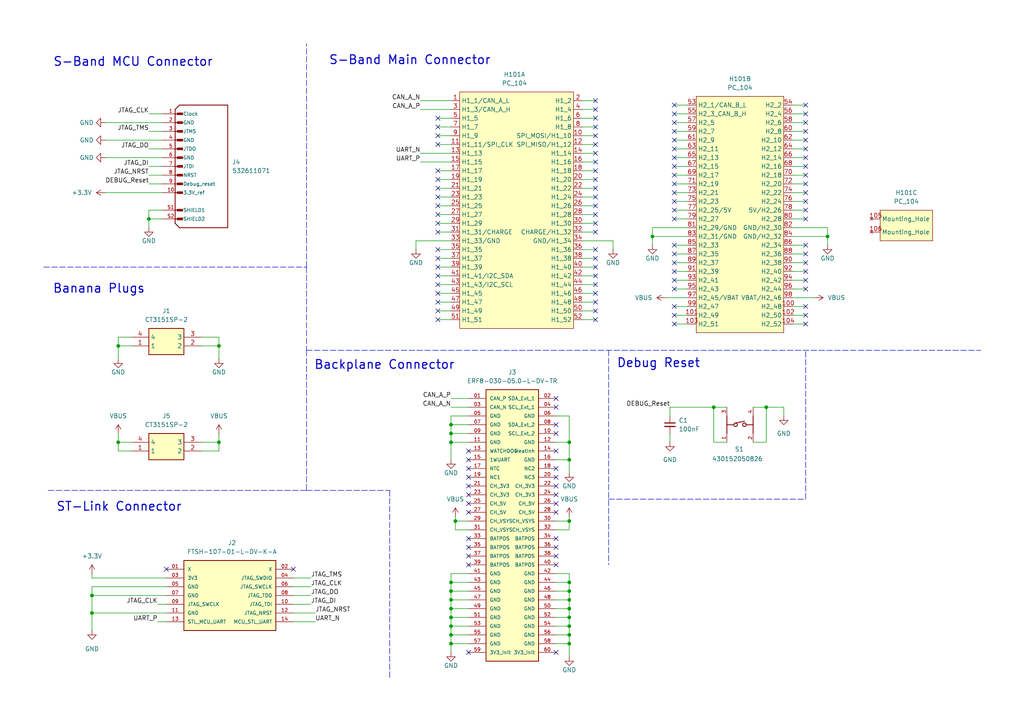
<source format=kicad_sch>
(kicad_sch (version 20250114) (generator "eeschema") (generator_version "9.0")
  (paper "A4")
  (lib_symbols
    (symbol "430152050826:430152050826" (pin_names (offset 1.016))
      (property "Reference" "S" (at 0 5.842 0))
      (property "Value" "430152050826" (at 0 -5.08 0))
      (symbol "430152050826_0_0"
        (polyline (pts (xy 0 5.08) (xy -2.54 5.08)) (stroke (width 0.254)))
        (polyline (pts (xy 0 3.175) (xy 0 5.08)) (stroke (width 0.254)))
        (circle (center 0 2.54) (radius 0.508) (stroke (width 0.254)))
        (circle (center 0 0) (radius 0.508) (stroke (width 0.254)))
        (polyline (pts (xy 0 -2.54) (xy -2.54 -2.54)) (stroke (width 0.254)))
        (polyline (pts (xy 0 -2.54) (xy 0 -0.635)) (stroke (width 0.254)))
        (polyline (pts (xy 0.47 2.74) (xy 1.04 -0.07)) (stroke (width 0.254)))
        (polyline (pts (xy 2.54 5.08) (xy 0 5.08)) (stroke (width 0.254)))
        (polyline (pts (xy 2.54 -2.54) (xy 0 -2.54)) (stroke (width 0.254)))
        (pin passive line (at -5.08 5.08 0) (length 2.54) (name "~") (number "1"))
        (pin passive line (at -5.08 -2.54 0) (length 2.54) (name "~") (number "2"))
        (pin passive line (at 5.08 5.08 180) (length 2.54) (name "~") (number "3"))
        (pin passive line (at 5.08 -2.54 180) (length 2.54) (name "~") (number "4"))
      )
    )
    (symbol "532611071:532611071" (pin_names (offset 1.016))
      (property "Reference" "J4" (at 8.89 1.2701 0))
      (property "Value" "532611071" (at 8.89 -1.2699 0))
      (symbol "532611071_0_0"
        (polyline (pts (xy -7.62 16.51) (xy -7.62 -16.51)) (stroke (width 0.254)))
        (polyline (pts (xy -7.62 16.51) (xy -6.35 17.78)) (stroke (width 0.254)))
        (polyline (pts (xy -7.62 15.24) (xy -5.715 15.24)) (stroke (width 0.254)))
        (polyline (pts (xy -7.62 12.7) (xy -5.715 12.7)) (stroke (width 0.254)))
        (polyline (pts (xy -7.62 10.16) (xy -5.715 10.16)) (stroke (width 0.254)))
        (polyline (pts (xy -7.62 7.62) (xy -5.715 7.62)) (stroke (width 0.254)))
        (polyline (pts (xy -7.62 5.08) (xy -5.715 5.08)) (stroke (width 0.254)))
        (polyline (pts (xy -7.62 2.54) (xy -5.715 2.54)) (stroke (width 0.254)))
        (polyline (pts (xy -7.62 0) (xy -5.715 0)) (stroke (width 0.254)))
        (polyline (pts (xy -7.62 -2.54) (xy -5.715 -2.54)) (stroke (width 0.254)))
        (polyline (pts (xy -7.62 -5.08) (xy -5.715 -5.08)) (stroke (width 0.254)))
        (polyline (pts (xy -7.62 -7.62) (xy -5.715 -7.62)) (stroke (width 0.254)))
        (polyline (pts (xy -7.62 -12.7) (xy -5.715 -12.7)) (stroke (width 0.254)))
        (polyline (pts (xy -7.62 -15.24) (xy -5.715 -15.24)) (stroke (width 0.254)))
        (polyline (pts (xy -7.62 -16.51) (xy -6.35 -17.78)) (stroke (width 0.254)))
        (rectangle (start -6.985 14.9225) (end -5.3975 15.5575) (stroke (width 0.1)) (fill (type outline)))
        (rectangle (start -6.985 12.3825) (end -5.3975 13.0175) (stroke (width 0.1)) (fill (type outline)))
        (rectangle (start -6.985 9.8425) (end -5.3975 10.4775) (stroke (width 0.1)) (fill (type outline)))
        (rectangle (start -6.985 7.3025) (end -5.3975 7.9375) (stroke (width 0.1)) (fill (type outline)))
        (rectangle (start -6.985 4.7625) (end -5.3975 5.3975) (stroke (width 0.1)) (fill (type outline)))
        (rectangle (start -6.985 2.2225) (end -5.3975 2.8575) (stroke (width 0.1)) (fill (type outline)))
        (rectangle (start -6.985 -0.3175) (end -5.3975 0.3175) (stroke (width 0.1)) (fill (type outline)))
        (rectangle (start -6.985 -2.8575) (end -5.3975 -2.2225) (stroke (width 0.1)) (fill (type outline)))
        (rectangle (start -6.985 -5.3975) (end -5.3975 -4.7625) (stroke (width 0.1)) (fill (type outline)))
        (rectangle (start -6.985 -7.9375) (end -5.3975 -7.3025) (stroke (width 0.1)) (fill (type outline)))
        (rectangle (start -6.985 -13.0175) (end -5.3975 -12.3825) (stroke (width 0.1)) (fill (type outline)))
        (rectangle (start -6.985 -15.5575) (end -5.3975 -14.9225) (stroke (width 0.1)) (fill (type outline)))
        (polyline (pts (xy -6.35 -17.78) (xy 7.62 -17.78)) (stroke (width 0.254)))
        (polyline (pts (xy 7.62 17.78) (xy -6.35 17.78)) (stroke (width 0.254)))
        (polyline (pts (xy 7.62 -17.78) (xy 7.62 17.78)) (stroke (width 0.254)))
        (pin passive line (at -11.43 -12.7 0) (length 5.08) (name "SHIELD1") (number "S1"))
        (pin passive line (at -11.43 -15.24 0) (length 5.08) (name "SHIELD2") (number "S2"))
      )
      (symbol "532611071_1_0"
        (pin passive line (at -11.43 15.24 0) (length 5.08) (name "Clock") (number "1"))
        (pin passive line (at -11.43 12.7 0) (length 5.08) (name "GND") (number "2"))
        (pin passive line (at -11.43 10.16 0) (length 5.08) (name "JTMS") (number "3"))
        (pin passive line (at -11.43 7.62 0) (length 5.08) (name "GND") (number "4"))
        (pin passive line (at -11.43 5.08 0) (length 5.08) (name "JTDO") (number "5"))
        (pin passive line (at -11.43 2.54 0) (length 5.08) (name "GND") (number "6"))
        (pin passive line (at -11.43 0 0) (length 5.08) (name "JTDI") (number "7"))
        (pin passive line (at -11.43 -2.54 0) (length 5.08) (name "NRST") (number "8"))
        (pin passive line (at -11.43 -5.08 0) (length 5.08) (name "Debug_reset") (number "9"))
        (pin passive line (at -11.43 -7.62 0) (length 5.08) (name "3.3V_ref") (number "10"))
      )
    )
    (symbol "CT3151SP-2:CT3151SP-2"
      (property "Reference" "J" (at 16.51 7.62 0))
      (property "Value" "CT3151SP-2" (at 16.51 5.08 0))
      (symbol "CT3151SP-2_1_1"
        (rectangle (start 5.08 2.54) (end 15.24 -5.08) (stroke (width 0.254)) (fill (type background)))
        (pin passive line (at 0 0 0) (length 5.08) (name "4") (number "4"))
        (pin passive line (at 0 -2.54 0) (length 5.08) (name "1") (number "1"))
        (pin passive line (at 20.32 0 180) (length 5.08) (name "3") (number "3"))
        (pin passive line (at 20.32 -2.54 180) (length 5.08) (name "2") (number "2"))
      )
    )
    (symbol "Device:C_Small" (pin_numbers (hide yes)) (pin_names (offset 0.254) (hide yes))
      (property "Reference" "C" (at 0.254 1.778 0))
      (property "Value" "C_Small" (at 0.254 -2.032 0))
      (symbol "C_Small_0_1"
        (polyline (pts (xy -1.524 0.508) (xy 1.524 0.508)) (stroke (width 0.3048)))
        (polyline (pts (xy -1.524 -0.508) (xy 1.524 -0.508)) (stroke (width 0.3302)))
      )
      (symbol "C_Small_1_1"
        (pin passive line (at 0 2.54 270) (length 2.032) (name "~") (number "1"))
        (pin passive line (at 0 -2.54 90) (length 2.032) (name "~") (number "2"))
      )
    )
    (symbol "ERF8-030-05.0-L-DV-TR:ERF8-030-05.0-L-DV-TR" (pin_names (offset 1.016))
      (property "Reference" "J3" (at 0 45.72 0))
      (property "Value" "ERF8-030-05.0-L-DV-TR" (at 0 43.18 0))
      (symbol "ERF8-030-05.0-L-DV-TR_0_0"
        (rectangle (start -7.62 40.64) (end 7.62 -38.1) (stroke (width 0.254)) (fill (type background)))
      )
      (symbol "ERF8-030-05.0-L-DV-TR_1_0"
        (pin passive line (at -12.7 38.1 0) (length 5.08) (name "CAN_P") (number "01"))
        (pin passive line (at -12.7 35.56 0) (length 5.08) (name "CAN_N") (number "03"))
        (pin passive line (at -12.7 33.02 0) (length 5.08) (name "GND") (number "05"))
        (pin passive line (at -12.7 30.48 0) (length 5.08) (name "GND") (number "07"))
        (pin passive line (at -12.7 27.94 0) (length 5.08) (name "GND") (number "09"))
        (pin passive line (at -12.7 25.4 0) (length 5.08) (name "GND") (number "11"))
        (pin passive line (at -12.7 22.86 0) (length 5.08) (name "WATCHDOG") (number "13"))
        (pin passive line (at -12.7 20.32 0) (length 5.08) (name "1WUART") (number "15"))
        (pin passive line (at -12.7 17.78 0) (length 5.08) (name "NTC") (number "17"))
        (pin passive line (at -12.7 15.24 0) (length 5.08) (name "NC1") (number "19"))
        (pin passive line (at -12.7 12.7 0) (length 5.08) (name "CH_3V3") (number "21"))
        (pin passive line (at -12.7 10.16 0) (length 5.08) (name "CH_3V3") (number "23"))
        (pin passive line (at -12.7 7.62 0) (length 5.08) (name "CH_5V") (number "25"))
        (pin passive line (at -12.7 5.08 0) (length 5.08) (name "CH_5V") (number "27"))
        (pin passive line (at -12.7 2.54 0) (length 5.08) (name "CH_VSYS") (number "29"))
        (pin passive line (at -12.7 0 0) (length 5.08) (name "CH_VSYS") (number "31"))
        (pin passive line (at -12.7 -2.54 0) (length 5.08) (name "BATPOS") (number "33"))
        (pin passive line (at -12.7 -5.08 0) (length 5.08) (name "BATPOS") (number "35"))
        (pin passive line (at -12.7 -7.62 0) (length 5.08) (name "BATPOS") (number "37"))
        (pin passive line (at -12.7 -10.16 0) (length 5.08) (name "BATPOS") (number "39"))
        (pin passive line (at -12.7 -12.7 0) (length 5.08) (name "GND") (number "41"))
        (pin passive line (at -12.7 -15.24 0) (length 5.08) (name "GND") (number "43"))
        (pin passive line (at -12.7 -17.78 0) (length 5.08) (name "GND") (number "45"))
        (pin passive line (at -12.7 -20.32 0) (length 5.08) (name "GND") (number "47"))
        (pin passive line (at -12.7 -22.86 0) (length 5.08) (name "GND") (number "49"))
        (pin passive line (at -12.7 -25.4 0) (length 5.08) (name "GND") (number "51"))
        (pin passive line (at -12.7 -27.94 0) (length 5.08) (name "GND") (number "53"))
        (pin passive line (at -12.7 -30.48 0) (length 5.08) (name "GND") (number "55"))
        (pin passive line (at -12.7 -33.02 0) (length 5.08) (name "GND") (number "57"))
        (pin passive line (at -12.7 -35.56 0) (length 5.08) (name "3V3_Init") (number "59"))
        (pin passive line (at 12.7 38.1 180) (length 5.08) (name "SDA_Ext_1") (number "02"))
        (pin passive line (at 12.7 35.56 180) (length 5.08) (name "SCL_Ext_1") (number "04"))
        (pin passive line (at 12.7 33.02 180) (length 5.08) (name "GND") (number "06"))
        (pin passive line (at 12.7 30.48 180) (length 5.08) (name "SDA_Ext_2") (number "08"))
        (pin passive line (at 12.7 27.94 180) (length 5.08) (name "SCL_Ext_2") (number "10"))
        (pin passive line (at 12.7 25.4 180) (length 5.08) (name "GND") (number "12"))
        (pin passive line (at 12.7 22.86 180) (length 5.08) (name "HeatInh") (number "14"))
        (pin passive line (at 12.7 20.32 180) (length 5.08) (name "GND") (number "16"))
        (pin passive line (at 12.7 17.78 180) (length 5.08) (name "NC2") (number "18"))
        (pin passive line (at 12.7 15.24 180) (length 5.08) (name "NC3") (number "20"))
        (pin passive line (at 12.7 12.7 180) (length 5.08) (name "CH_3V3") (number "22"))
        (pin passive line (at 12.7 10.16 180) (length 5.08) (name "CH_3V3") (number "24"))
        (pin passive line (at 12.7 7.62 180) (length 5.08) (name "CH_5V") (number "26"))
        (pin passive line (at 12.7 5.08 180) (length 5.08) (name "CH_5V") (number "28"))
        (pin passive line (at 12.7 2.54 180) (length 5.08) (name "CH_VSYS") (number "30"))
        (pin passive line (at 12.7 0 180) (length 5.08) (name "CH_VSYS") (number "32"))
        (pin passive line (at 12.7 -2.54 180) (length 5.08) (name "BATPOS") (number "34"))
        (pin passive line (at 12.7 -5.08 180) (length 5.08) (name "BATPOS") (number "36"))
        (pin passive line (at 12.7 -7.62 180) (length 5.08) (name "BATPOS") (number "38"))
        (pin passive line (at 12.7 -10.16 180) (length 5.08) (name "BATPOS") (number "40"))
        (pin passive line (at 12.7 -12.7 180) (length 5.08) (name "GND") (number "42"))
        (pin passive line (at 12.7 -15.24 180) (length 5.08) (name "GND") (number "44"))
        (pin passive line (at 12.7 -17.78 180) (length 5.08) (name "GND") (number "46"))
        (pin passive line (at 12.7 -20.32 180) (length 5.08) (name "GND") (number "48"))
        (pin passive line (at 12.7 -22.86 180) (length 5.08) (name "GND") (number "50"))
        (pin passive line (at 12.7 -25.4 180) (length 5.08) (name "GND") (number "52"))
        (pin passive line (at 12.7 -27.94 180) (length 5.08) (name "GND") (number "54"))
        (pin passive line (at 12.7 -30.48 180) (length 5.08) (name "GND") (number "56"))
        (pin passive line (at 12.7 -33.02 180) (length 5.08) (name "GND") (number "58"))
        (pin passive line (at 12.7 -35.56 180) (length 5.08) (name "3V3_Init") (number "60"))
      )
    )
    (symbol "FTSH-107-01-L-DV-K-A:FTSH-107-01-L-DV-K-A" (pin_names (offset 1.016))
      (property "Reference" "J2" (at -0.01 15.24 0))
      (property "Value" "FTSH-107-01-L-DV-K-A" (at -0.01 12.7 0))
      (symbol "FTSH-107-01-L-DV-K-A_0_0"
        (rectangle (start -13.97 10.16) (end 12.7 -10.16) (stroke (width 0.254)) (fill (type background)))
      )
      (symbol "FTSH-107-01-L-DV-K-A_1_0"
        (pin passive line (at -19.05 7.62 0) (length 5.08) (name "X") (number "01"))
        (pin passive line (at -19.05 5.08 0) (length 5.08) (name "3V3") (number "03"))
        (pin passive line (at -19.05 2.54 0) (length 5.08) (name "GND") (number "05"))
        (pin passive line (at -19.05 0 0) (length 5.08) (name "GND") (number "07"))
        (pin passive line (at -19.05 -2.54 0) (length 5.08) (name "JTAG_SWCLK") (number "09"))
        (pin passive line (at -19.05 -5.08 0) (length 5.08) (name "GND") (number "11"))
        (pin passive line (at -19.05 -7.62 0) (length 5.08) (name "STL_MCU_UART") (number "13"))
        (pin passive line (at 17.78 7.62 180) (length 5.08) (name "X") (number "02"))
        (pin passive line (at 17.78 5.08 180) (length 5.08) (name "JTAG_SWDIO") (number "04"))
        (pin passive line (at 17.78 2.54 180) (length 5.08) (name "JTAG_SWCLK") (number "06"))
        (pin passive line (at 17.78 0 180) (length 5.08) (name "JTAG_TDO") (number "08"))
        (pin passive line (at 17.78 -2.54 180) (length 5.08) (name "JTAG_TDI") (number "10"))
        (pin passive line (at 17.78 -5.08 180) (length 5.08) (name "JTAG_NRST") (number "12"))
        (pin passive line (at 17.78 -7.62 180) (length 5.08) (name "MCU_STL_UART") (number "14"))
      )
    )
    (symbol "PC104-FlatSat:PC_104"
      (property "Reference" "H" (at 0 8.89 0))
      (property "Value" "PC_104" (at 0 11.43 0))
      (symbol "PC_104_1_1"
        (rectangle (start -16.51 35.56) (end 16.51 -33.02) (fill (type background)))
        (pin passive line (at -19.05 33.02 0) (length 2.54) (name "H1_1/CAN_A_L") (number "1"))
        (pin passive line (at -19.05 30.48 0) (length 2.54) (name "H1_3/CAN_A_H") (number "3"))
        (pin passive line (at -19.05 27.94 0) (length 2.54) (name "H1_5") (number "5"))
        (pin passive line (at -19.05 25.4 0) (length 2.54) (name "H1_7") (number "7"))
        (pin passive line (at -19.05 22.86 0) (length 2.54) (name "H1_9") (number "9"))
        (pin passive line (at -19.05 20.32 0) (length 2.54) (name "H1_11/SPI_CLK") (number "11"))
        (pin passive line (at -19.05 17.78 0) (length 2.54) (name "H1_13") (number "13"))
        (pin passive line (at -19.05 15.24 0) (length 2.54) (name "H1_15") (number "15"))
        (pin passive line (at -19.05 12.7 0) (length 2.54) (name "H1_17") (number "17"))
        (pin passive line (at -19.05 10.16 0) (length 2.54) (name "H1_19") (number "19"))
        (pin passive line (at -19.05 7.62 0) (length 2.54) (name "H1_21") (number "21"))
        (pin passive line (at -19.05 5.08 0) (length 2.54) (name "H1_23") (number "23"))
        (pin passive line (at -19.05 2.54 0) (length 2.54) (name "H1_25") (number "25"))
        (pin passive line (at -19.05 0 0) (length 2.54) (name "H1_27") (number "27"))
        (pin passive line (at -19.05 -2.54 0) (length 2.54) (name "H1_29") (number "29"))
        (pin passive line (at -19.05 -5.08 0) (length 2.54) (name "H1_31/CHARGE") (number "31"))
        (pin passive line (at -19.05 -7.62 0) (length 2.54) (name "H1_33/GND") (number "33"))
        (pin passive line (at -19.05 -10.16 0) (length 2.54) (name "H1_35") (number "35"))
        (pin passive line (at -19.05 -12.7 0) (length 2.54) (name "H1_37") (number "37"))
        (pin passive line (at -19.05 -15.24 0) (length 2.54) (name "H1_39") (number "39"))
        (pin passive line (at -19.05 -17.78 0) (length 2.54) (name "H1_41/I2C_SDA") (number "41"))
        (pin passive line (at -19.05 -20.32 0) (length 2.54) (name "H1_43/I2C_SCL") (number "43"))
        (pin passive line (at -19.05 -22.86 0) (length 2.54) (name "H1_45") (number "45"))
        (pin passive line (at -19.05 -25.4 0) (length 2.54) (name "H1_47") (number "47"))
        (pin passive line (at -19.05 -27.94 0) (length 2.54) (name "H1_49") (number "49"))
        (pin passive line (at -19.05 -30.48 0) (length 2.54) (name "H1_51") (number "51"))
        (pin passive line (at 19.05 33.02 180) (length 2.54) (name "H1_2") (number "2"))
        (pin passive line (at 19.05 30.48 180) (length 2.54) (name "H1_4") (number "4"))
        (pin passive line (at 19.05 27.94 180) (length 2.54) (name "H1_6") (number "6"))
        (pin passive line (at 19.05 25.4 180) (length 2.54) (name "H1_8") (number "8"))
        (pin passive line (at 19.05 22.86 180) (length 2.54) (name "SPI_MOSI/H1_10") (number "10"))
        (pin passive line (at 19.05 20.32 180) (length 2.54) (name "SPI_MISO/H1_12") (number "12"))
        (pin passive line (at 19.05 17.78 180) (length 2.54) (name "H1_14") (number "14"))
        (pin passive line (at 19.05 15.24 180) (length 2.54) (name "H1_16") (number "16"))
        (pin passive line (at 19.05 12.7 180) (length 2.54) (name "H1_18") (number "18"))
        (pin passive line (at 19.05 10.16 180) (length 2.54) (name "H1_20") (number "20"))
        (pin passive line (at 19.05 7.62 180) (length 2.54) (name "H1_22") (number "22"))
        (pin passive line (at 19.05 5.08 180) (length 2.54) (name "H1_24") (number "24"))
        (pin passive line (at 19.05 2.54 180) (length 2.54) (name "H1_26") (number "26"))
        (pin passive line (at 19.05 0 180) (length 2.54) (name "H1_28") (number "28"))
        (pin passive line (at 19.05 -2.54 180) (length 2.54) (name "H1_30") (number "30"))
        (pin passive line (at 19.05 -5.08 180) (length 2.54) (name "CHARGE/H1_32") (number "32"))
        (pin passive line (at 19.05 -7.62 180) (length 2.54) (name "GND/H1_34") (number "34"))
        (pin passive line (at 19.05 -10.16 180) (length 2.54) (name "H1_36") (number "36"))
        (pin passive line (at 19.05 -12.7 180) (length 2.54) (name "H1_38") (number "38"))
        (pin passive line (at 19.05 -15.24 180) (length 2.54) (name "H1_40") (number "40"))
        (pin passive line (at 19.05 -17.78 180) (length 2.54) (name "H1_42") (number "42"))
        (pin passive line (at 19.05 -20.32 180) (length 2.54) (name "H1_44") (number "44"))
        (pin passive line (at 19.05 -22.86 180) (length 2.54) (name "H1_46") (number "46"))
        (pin passive line (at 19.05 -25.4 180) (length 2.54) (name "H1_48") (number "48"))
        (pin passive line (at 19.05 -27.94 180) (length 2.54) (name "H1_50") (number "50"))
        (pin passive line (at 19.05 -30.48 180) (length 2.54) (name "H1_52") (number "52"))
      )
      (symbol "PC_104_2_1"
        (rectangle (start -12.7 35.56) (end 12.7 -33.02) (fill (type background)))
        (pin passive line (at -15.24 33.02 0) (length 2.54) (name "H2_1/CAN_B_L") (number "53"))
        (pin passive line (at -15.24 30.48 0) (length 2.54) (name "H2_3_CAN_B_H") (number "55"))
        (pin passive line (at -15.24 27.94 0) (length 2.54) (name "H2_5") (number "57"))
        (pin passive line (at -15.24 25.4 0) (length 2.54) (name "H2_7") (number "59"))
        (pin passive line (at -15.24 22.86 0) (length 2.54) (name "H2_9") (number "61"))
        (pin passive line (at -15.24 20.32 0) (length 2.54) (name "H2_11") (number "63"))
        (pin passive line (at -15.24 17.78 0) (length 2.54) (name "H2_13") (number "65"))
        (pin passive line (at -15.24 15.24 0) (length 2.54) (name "H2_15") (number "67"))
        (pin passive line (at -15.24 12.7 0) (length 2.54) (name "H2_17") (number "69"))
        (pin passive line (at -15.24 10.16 0) (length 2.54) (name "H2_19") (number "71"))
        (pin passive line (at -15.24 7.62 0) (length 2.54) (name "H2_21") (number "73"))
        (pin passive line (at -15.24 5.08 0) (length 2.54) (name "H2_23") (number "75"))
        (pin passive line (at -15.24 2.54 0) (length 2.54) (name "H2_25/5V") (number "77"))
        (pin passive line (at -15.24 0 0) (length 2.54) (name "H2_27") (number "79"))
        (pin passive line (at -15.24 -2.54 0) (length 2.54) (name "H2_29/GND") (number "81"))
        (pin passive line (at -15.24 -5.08 0) (length 2.54) (name "H2_31/GND") (number "83"))
        (pin passive line (at -15.24 -7.62 0) (length 2.54) (name "H2_33") (number "85"))
        (pin passive line (at -15.24 -10.16 0) (length 2.54) (name "H2_35") (number "87"))
        (pin passive line (at -15.24 -12.7 0) (length 2.54) (name "H2_37") (number "89"))
        (pin passive line (at -15.24 -15.24 0) (length 2.54) (name "H2_39") (number "91"))
        (pin passive line (at -15.24 -17.78 0) (length 2.54) (name "H2_41") (number "93"))
        (pin passive line (at -15.24 -20.32 0) (length 2.54) (name "H2_43") (number "95"))
        (pin passive line (at -15.24 -22.86 0) (length 2.54) (name "H2_45/VBAT") (number "97"))
        (pin passive line (at -15.24 -25.4 0) (length 2.54) (name "H2_47") (number "99"))
        (pin passive line (at -15.24 -27.94 0) (length 2.54) (name "H2_49") (number "101"))
        (pin passive line (at -15.24 -30.48 0) (length 2.54) (name "H2_51") (number "103"))
        (pin passive line (at 15.24 33.02 180) (length 2.54) (name "H2_2") (number "54"))
        (pin passive line (at 15.24 30.48 180) (length 2.54) (name "H2_4") (number "56"))
        (pin passive line (at 15.24 27.94 180) (length 2.54) (name "H2_6") (number "58"))
        (pin passive line (at 15.24 25.4 180) (length 2.54) (name "H2_8") (number "60"))
        (pin passive line (at 15.24 22.86 180) (length 2.54) (name "H2_10") (number "62"))
        (pin passive line (at 15.24 20.32 180) (length 2.54) (name "H2_12") (number "64"))
        (pin passive line (at 15.24 17.78 180) (length 2.54) (name "H2_14") (number "66"))
        (pin passive line (at 15.24 15.24 180) (length 2.54) (name "H2_16") (number "68"))
        (pin passive line (at 15.24 12.7 180) (length 2.54) (name "H2_18") (number "70"))
        (pin passive line (at 15.24 10.16 180) (length 2.54) (name "H2_20") (number "72"))
        (pin passive line (at 15.24 7.62 180) (length 2.54) (name "H2_22") (number "74"))
        (pin passive line (at 15.24 5.08 180) (length 2.54) (name "H2_24") (number "76"))
        (pin passive line (at 15.24 2.54 180) (length 2.54) (name "5V/H2_26") (number "78"))
        (pin passive line (at 15.24 0 180) (length 2.54) (name "H2_28") (number "80"))
        (pin passive line (at 15.24 -2.54 180) (length 2.54) (name "GND/H2_30") (number "82"))
        (pin passive line (at 15.24 -5.08 180) (length 2.54) (name "GND/H2_32") (number "84"))
        (pin passive line (at 15.24 -7.62 180) (length 2.54) (name "H2_34") (number "86"))
        (pin passive line (at 15.24 -10.16 180) (length 2.54) (name "H2_36") (number "88"))
        (pin passive line (at 15.24 -12.7 180) (length 2.54) (name "H2_38") (number "90"))
        (pin passive line (at 15.24 -15.24 180) (length 2.54) (name "H2_40") (number "92"))
        (pin passive line (at 15.24 -17.78 180) (length 2.54) (name "H2_42") (number "94"))
        (pin passive line (at 15.24 -20.32 180) (length 2.54) (name "H2_44") (number "96"))
        (pin passive line (at 15.24 -22.86 180) (length 2.54) (name "VBAT/H2_46") (number "98"))
        (pin passive line (at 15.24 -25.4 180) (length 2.54) (name "H2_48") (number "100"))
        (pin passive line (at 15.24 -27.94 180) (length 2.54) (name "H2_50") (number "102"))
        (pin passive line (at 15.24 -30.48 180) (length 2.54) (name "H2_52") (number "104"))
      )
      (symbol "PC_104_3_1"
        (rectangle (start -7.62 6.35) (end 7.62 -2.54) (fill (type background)))
        (pin no_connect line (at -10.16 3.81 0) (length 2.54) (name "Mounting_Hole") (number "105"))
        (pin no_connect line (at -10.16 0 0) (length 2.54) (name "Mounting_Hole") (number "106"))
      )
    )
    (symbol "power:+3.3V" (power) (pin_numbers (hide yes)) (pin_names (offset 0) (hide yes))
      (property "Value" "+3.3V" (at 0 3.556 0))
      (symbol "+3.3V_0_1"
        (polyline (pts (xy -0.762 1.27) (xy 0 2.54)))
        (polyline (pts (xy 0 2.54) (xy 0.762 1.27)))
        (polyline (pts (xy 0 0) (xy 0 2.54)))
      )
      (symbol "+3.3V_1_1"
        (pin power_in line (at 0 0 90) (length 0) (name "~") (number "1"))
      )
    )
    (symbol "power:GND" (power) (pin_numbers (hide yes)) (pin_names (offset 0) (hide yes))
      (property "Value" "GND" (at 0 -3.81 0))
      (symbol "GND_0_1"
        (polyline (pts (xy 0 0) (xy 0 -1.27) (xy 1.27 -1.27) (xy 0 -2.54) (xy -1.27 -1.27) (xy 0 -1.27)))
      )
      (symbol "GND_1_1"
        (pin power_in line (at 0 0 270) (length 0) (name "~") (number "1"))
      )
    )
    (symbol "power:VBUS" (power) (pin_numbers (hide yes)) (pin_names (offset 0) (hide yes))
      (property "Value" "VBUS" (at 0 3.556 0))
      (symbol "VBUS_0_1"
        (polyline (pts (xy -0.762 1.27) (xy 0 2.54)))
        (polyline (pts (xy 0 2.54) (xy 0.762 1.27)))
        (polyline (pts (xy 0 0) (xy 0 2.54)))
      )
      (symbol "VBUS_1_1"
        (pin power_in line (at 0 0 90) (length 0) (name "~") (number "1"))
      )
    )
  )
  (text "ST-Link Connector" (at 34.544 147.066 0) (effects (font (size 2.54 2.54) (thickness 0.3175))))
  (text "S-Band MCU Connector" (at 38.608 18.034 0) (effects (font (size 2.54 2.54) (thickness 0.3175))))
  (text "Debug Reset" (at 191.008 105.41 0) (effects (font (size 2.54 2.54) (thickness 0.3175))))
  (text "Banana Plugs" (at 28.702 83.82 0) (effects (font (size 2.54 2.54) (thickness 0.3175))))
  (text "S-Band Main Connector" (at 118.872 17.526 0) (effects (font (size 2.54 2.54) (thickness 0.3175))))
  (text "Backplane Connector" (at 111.506 105.918 0) (effects (font (size 2.54 2.54) (thickness 0.3175))))
  (junction (at 165.1 168.91))
  (junction (at 222.25 118.11))
  (junction (at 165.1 184.15))
  (junction (at 130.81 181.61))
  (junction (at 34.29 100.33))
  (junction (at 189.23 68.58))
  (junction (at 130.81 179.07))
  (junction (at 130.81 186.69))
  (junction (at 130.81 128.27))
  (junction (at 130.81 123.19))
  (junction (at 130.81 171.45))
  (junction (at 165.1 181.61))
  (junction (at 130.81 168.91))
  (junction (at 63.5 128.27))
  (junction (at 165.1 151.13))
  (junction (at 165.1 176.53))
  (junction (at 43.18 63.5))
  (junction (at 130.81 184.15))
  (junction (at 130.81 176.53))
  (junction (at 26.67 172.72))
  (junction (at 165.1 179.07))
  (junction (at 26.67 177.8))
  (junction (at 130.81 173.99))
  (junction (at 165.1 128.27))
  (junction (at 165.1 173.99))
  (junction (at 63.5 100.33))
  (junction (at 240.03 68.58))
  (junction (at 34.29 128.27))
  (junction (at 130.81 125.73))
  (junction (at 165.1 186.69))
  (junction (at 132.08 151.13))
  (junction (at 165.1 171.45))
  (junction (at 207.01 118.11))
  (junction (at 165.1 133.35))
  (no_connect (at 161.29 148.59))
  (no_connect (at 233.68 73.66))
  (no_connect (at 233.68 78.74))
  (no_connect (at 127 52.07))
  (no_connect (at 195.58 93.98))
  (no_connect (at 172.72 67.31))
  (no_connect (at 127 36.83))
  (no_connect (at 172.72 46.99))
  (no_connect (at 161.29 158.75))
  (no_connect (at 172.72 80.01))
  (no_connect (at 161.29 156.21))
  (no_connect (at 172.72 44.45))
  (no_connect (at 172.72 85.09))
  (no_connect (at 127 85.09))
  (no_connect (at 135.89 146.05))
  (no_connect (at 172.72 31.75))
  (no_connect (at 172.72 87.63))
  (no_connect (at 195.58 73.66))
  (no_connect (at 233.68 40.64))
  (no_connect (at 233.68 35.56))
  (no_connect (at 135.89 133.35))
  (no_connect (at 161.29 163.83))
  (no_connect (at 172.72 41.91))
  (no_connect (at 85.09 165.1))
  (no_connect (at 233.68 83.82))
  (no_connect (at 127 34.29))
  (no_connect (at 195.58 60.96))
  (no_connect (at 195.58 50.8))
  (no_connect (at 127 90.17))
  (no_connect (at 127 67.31))
  (no_connect (at 161.29 123.19))
  (no_connect (at 233.68 81.28))
  (no_connect (at 127 41.91))
  (no_connect (at 195.58 35.56))
  (no_connect (at 172.72 57.15))
  (no_connect (at 195.58 55.88))
  (no_connect (at 161.29 146.05))
  (no_connect (at 233.68 45.72))
  (no_connect (at 195.58 91.44))
  (no_connect (at 135.89 130.81))
  (no_connect (at 135.89 135.89))
  (no_connect (at 233.68 91.44))
  (no_connect (at 233.68 50.8))
  (no_connect (at 161.29 143.51))
  (no_connect (at 172.72 77.47))
  (no_connect (at 172.72 34.29))
  (no_connect (at 135.89 158.75))
  (no_connect (at 127 54.61))
  (no_connect (at 135.89 156.21))
  (no_connect (at 233.68 93.98))
  (no_connect (at 195.58 63.5))
  (no_connect (at 233.68 33.02))
  (no_connect (at 135.89 161.29))
  (no_connect (at 135.89 143.51))
  (no_connect (at 195.58 30.48))
  (no_connect (at 195.58 33.02))
  (no_connect (at 195.58 71.12))
  (no_connect (at 135.89 189.23))
  (no_connect (at 233.68 38.1))
  (no_connect (at 233.68 63.5))
  (no_connect (at 233.68 43.18))
  (no_connect (at 195.58 38.1))
  (no_connect (at 233.68 30.48))
  (no_connect (at 161.29 138.43))
  (no_connect (at 161.29 125.73))
  (no_connect (at 127 62.23))
  (no_connect (at 127 77.47))
  (no_connect (at 233.68 71.12))
  (no_connect (at 172.72 62.23))
  (no_connect (at 195.58 45.72))
  (no_connect (at 161.29 130.81))
  (no_connect (at 172.72 36.83))
  (no_connect (at 195.58 48.26))
  (no_connect (at 127 72.39))
  (no_connect (at 233.68 53.34))
  (no_connect (at 127 92.71))
  (no_connect (at 48.26 165.1))
  (no_connect (at 195.58 76.2))
  (no_connect (at 195.58 53.34))
  (no_connect (at 172.72 64.77))
  (no_connect (at 233.68 60.96))
  (no_connect (at 127 74.93))
  (no_connect (at 233.68 48.26))
  (no_connect (at 127 80.01))
  (no_connect (at 172.72 82.55))
  (no_connect (at 172.72 74.93))
  (no_connect (at 195.58 78.74))
  (no_connect (at 127 59.69))
  (no_connect (at 233.68 55.88))
  (no_connect (at 172.72 29.21))
  (no_connect (at 172.72 52.07))
  (no_connect (at 161.29 135.89))
  (no_connect (at 233.68 76.2))
  (no_connect (at 233.68 58.42))
  (no_connect (at 195.58 40.64))
  (no_connect (at 172.72 92.71))
  (no_connect (at 172.72 54.61))
  (no_connect (at 233.68 88.9))
  (no_connect (at 195.58 58.42))
  (no_connect (at 161.29 189.23))
  (no_connect (at 127 87.63))
  (no_connect (at 195.58 43.18))
  (no_connect (at 127 39.37))
  (no_connect (at 127 57.15))
  (no_connect (at 161.29 118.11))
  (no_connect (at 161.29 115.57))
  (no_connect (at 172.72 90.17))
  (no_connect (at 161.29 161.29))
  (no_connect (at 195.58 83.82))
  (no_connect (at 195.58 88.9))
  (no_connect (at 127 64.77))
  (no_connect (at 135.89 148.59))
  (no_connect (at 127 49.53))
  (no_connect (at 135.89 163.83))
  (no_connect (at 172.72 72.39))
  (no_connect (at 172.72 39.37))
  (no_connect (at 172.72 49.53))
  (no_connect (at 135.89 138.43))
  (no_connect (at 135.89 140.97))
  (no_connect (at 172.72 59.69))
  (no_connect (at 127 82.55))
  (no_connect (at 161.29 140.97))
  (no_connect (at 195.58 81.28))
  (wire (pts (xy 195.58 45.72) (xy 199.39 45.72)))
  (wire (pts (xy 85.09 175.26) (xy 90.17 175.26)))
  (wire (pts (xy 195.58 93.98) (xy 199.39 93.98)))
  (wire (pts (xy 130.81 179.07) (xy 130.81 176.53)))
  (wire (pts (xy 34.29 97.79) (xy 34.29 100.33)))
  (wire (pts (xy 233.68 88.9) (xy 229.87 88.9)))
  (wire (pts (xy 165.1 151.13) (xy 165.1 153.67)))
  (wire (pts (xy 165.1 186.69) (xy 161.29 186.69)))
  (wire (pts (xy 120.65 69.85) (xy 130.81 69.85)))
  (wire (pts (xy 58.42 97.79) (xy 63.5 97.79)))
  (wire (pts (xy 58.42 128.27) (xy 63.5 128.27)))
  (wire (pts (xy 26.67 182.88) (xy 26.67 177.8)))
  (wire (pts (xy 195.58 53.34) (xy 199.39 53.34)))
  (wire (pts (xy 161.29 176.53) (xy 165.1 176.53)))
  (wire (pts (xy 34.29 104.14) (xy 34.29 100.33)))
  (wire (pts (xy 233.68 91.44) (xy 229.87 91.44)))
  (wire (pts (xy 121.92 46.99) (xy 130.81 46.99)))
  (wire (pts (xy 130.81 176.53) (xy 135.89 176.53)))
  (polyline (pts (xy 12.7 77.47) (xy 88.9 77.47)) (stroke (width 0) (type dash)))
  (wire (pts (xy 172.72 87.63) (xy 168.91 87.63)))
  (polyline (pts (xy 88.9 77.47) (xy 88.9 12.7)) (stroke (width 0) (type dash)))
  (wire (pts (xy 195.58 58.42) (xy 199.39 58.42)))
  (wire (pts (xy 127 74.93) (xy 130.81 74.93)))
  (wire (pts (xy 85.09 172.72) (xy 90.17 172.72)))
  (wire (pts (xy 130.81 115.57) (xy 135.89 115.57)))
  (wire (pts (xy 165.1 133.35) (xy 161.29 133.35)))
  (wire (pts (xy 45.72 175.26) (xy 48.26 175.26)))
  (wire (pts (xy 172.72 72.39) (xy 168.91 72.39)))
  (wire (pts (xy 85.09 170.18) (xy 90.17 170.18)))
  (wire (pts (xy 58.42 100.33) (xy 63.5 100.33)))
  (wire (pts (xy 172.72 31.75) (xy 168.91 31.75)))
  (wire (pts (xy 195.58 55.88) (xy 199.39 55.88)))
  (wire (pts (xy 172.72 39.37) (xy 168.91 39.37)))
  (wire (pts (xy 30.48 45.72) (xy 46.99 45.72)))
  (wire (pts (xy 132.08 149.86) (xy 132.08 151.13)))
  (wire (pts (xy 210.82 118.11) (xy 207.01 118.11)))
  (wire (pts (xy 165.1 149.86) (xy 165.1 151.13)))
  (wire (pts (xy 130.81 186.69) (xy 130.81 184.15)))
  (wire (pts (xy 233.68 40.64) (xy 229.87 40.64)))
  (polyline (pts (xy 88.9 77.47) (xy 88.9 101.6)) (stroke (width 0) (type dash)))
  (wire (pts (xy 46.99 60.96) (xy 43.18 60.96)))
  (wire (pts (xy 168.91 69.85) (xy 177.8 69.85)))
  (wire (pts (xy 161.29 184.15) (xy 165.1 184.15)))
  (wire (pts (xy 127 36.83) (xy 130.81 36.83)))
  (wire (pts (xy 233.68 93.98) (xy 229.87 93.98)))
  (wire (pts (xy 34.29 100.33) (xy 38.1 100.33)))
  (wire (pts (xy 172.72 29.21) (xy 168.91 29.21)))
  (wire (pts (xy 127 59.69) (xy 130.81 59.69)))
  (wire (pts (xy 172.72 74.93) (xy 168.91 74.93)))
  (wire (pts (xy 172.72 77.47) (xy 168.91 77.47)))
  (wire (pts (xy 229.87 60.96) (xy 233.68 60.96)))
  (wire (pts (xy 26.67 170.18) (xy 26.67 172.72)))
  (wire (pts (xy 229.87 68.58) (xy 240.03 68.58)))
  (wire (pts (xy 26.67 177.8) (xy 26.67 172.72)))
  (wire (pts (xy 194.31 118.11) (xy 194.31 120.65)))
  (wire (pts (xy 194.31 118.11) (xy 207.01 118.11)))
  (wire (pts (xy 43.18 48.26) (xy 46.99 48.26)))
  (wire (pts (xy 233.68 71.12) (xy 229.87 71.12)))
  (wire (pts (xy 161.29 173.99) (xy 165.1 173.99)))
  (wire (pts (xy 233.68 48.26) (xy 229.87 48.26)))
  (polyline (pts (xy 88.9 101.6) (xy 284.48 101.6)) (stroke (width 0) (type dash)))
  (wire (pts (xy 132.08 151.13) (xy 132.08 153.67)))
  (wire (pts (xy 127 49.53) (xy 130.81 49.53)))
  (wire (pts (xy 161.29 166.37) (xy 165.1 166.37)))
  (polyline (pts (xy 176.53 101.6) (xy 176.53 163.83)) (stroke (width 0) (type dash)))
  (wire (pts (xy 85.09 180.34) (xy 91.44 180.34)))
  (wire (pts (xy 195.58 35.56) (xy 199.39 35.56)))
  (wire (pts (xy 233.68 50.8) (xy 229.87 50.8)))
  (wire (pts (xy 161.29 151.13) (xy 165.1 151.13)))
  (wire (pts (xy 45.72 180.34) (xy 48.26 180.34)))
  (wire (pts (xy 207.01 118.11) (xy 207.01 128.27)))
  (polyline (pts (xy 176.53 144.78) (xy 233.68 144.78)) (stroke (width 0) (type dash)))
  (wire (pts (xy 195.58 78.74) (xy 199.39 78.74)))
  (wire (pts (xy 233.68 83.82) (xy 229.87 83.82)))
  (wire (pts (xy 63.5 97.79) (xy 63.5 100.33)))
  (wire (pts (xy 130.81 181.61) (xy 135.89 181.61)))
  (wire (pts (xy 165.1 179.07) (xy 165.1 181.61)))
  (wire (pts (xy 161.29 171.45) (xy 165.1 171.45)))
  (wire (pts (xy 130.81 171.45) (xy 135.89 171.45)))
  (wire (pts (xy 189.23 66.04) (xy 189.23 68.58)))
  (wire (pts (xy 135.89 128.27) (xy 130.81 128.27)))
  (wire (pts (xy 127 77.47) (xy 130.81 77.47)))
  (wire (pts (xy 222.25 118.11) (xy 218.44 118.11)))
  (wire (pts (xy 172.72 92.71) (xy 168.91 92.71)))
  (wire (pts (xy 195.58 50.8) (xy 199.39 50.8)))
  (wire (pts (xy 161.29 120.65) (xy 165.1 120.65)))
  (wire (pts (xy 229.87 55.88) (xy 233.68 55.88)))
  (wire (pts (xy 195.58 33.02) (xy 199.39 33.02)))
  (wire (pts (xy 30.48 35.56) (xy 46.99 35.56)))
  (wire (pts (xy 161.29 128.27) (xy 165.1 128.27)))
  (wire (pts (xy 26.67 167.64) (xy 26.67 166.37)))
  (wire (pts (xy 172.72 85.09) (xy 168.91 85.09)))
  (wire (pts (xy 132.08 153.67) (xy 135.89 153.67)))
  (wire (pts (xy 135.89 123.19) (xy 130.81 123.19)))
  (wire (pts (xy 127 39.37) (xy 130.81 39.37)))
  (wire (pts (xy 233.68 63.5) (xy 229.87 63.5)))
  (polyline (pts (xy 88.9 101.6) (xy 88.9 142.24)) (stroke (width 0) (type dash)))
  (wire (pts (xy 172.72 59.69) (xy 168.91 59.69)))
  (wire (pts (xy 130.81 179.07) (xy 135.89 179.07)))
  (wire (pts (xy 121.92 44.45) (xy 130.81 44.45)))
  (wire (pts (xy 43.18 60.96) (xy 43.18 63.5)))
  (wire (pts (xy 43.18 63.5) (xy 46.99 63.5)))
  (wire (pts (xy 218.44 128.27) (xy 222.25 128.27)))
  (wire (pts (xy 130.81 168.91) (xy 135.89 168.91)))
  (wire (pts (xy 233.68 73.66) (xy 229.87 73.66)))
  (wire (pts (xy 130.81 184.15) (xy 130.81 181.61)))
  (wire (pts (xy 48.26 170.18) (xy 26.67 170.18)))
  (wire (pts (xy 233.68 30.48) (xy 229.87 30.48)))
  (wire (pts (xy 130.81 184.15) (xy 135.89 184.15)))
  (wire (pts (xy 172.72 62.23) (xy 168.91 62.23)))
  (wire (pts (xy 161.29 179.07) (xy 165.1 179.07)))
  (wire (pts (xy 177.8 69.85) (xy 177.8 72.39)))
  (wire (pts (xy 135.89 125.73) (xy 130.81 125.73)))
  (wire (pts (xy 233.68 35.56) (xy 229.87 35.56)))
  (wire (pts (xy 43.18 43.18) (xy 46.99 43.18)))
  (wire (pts (xy 240.03 66.04) (xy 229.87 66.04)))
  (wire (pts (xy 172.72 80.01) (xy 168.91 80.01)))
  (wire (pts (xy 127 41.91) (xy 130.81 41.91)))
  (wire (pts (xy 121.92 31.75) (xy 130.81 31.75)))
  (wire (pts (xy 43.18 53.34) (xy 46.99 53.34)))
  (wire (pts (xy 195.58 63.5) (xy 199.39 63.5)))
  (wire (pts (xy 172.72 90.17) (xy 168.91 90.17)))
  (wire (pts (xy 127 80.01) (xy 130.81 80.01)))
  (wire (pts (xy 43.18 33.02) (xy 46.99 33.02)))
  (wire (pts (xy 195.58 60.96) (xy 199.39 60.96)))
  (wire (pts (xy 30.48 55.88) (xy 46.99 55.88)))
  (wire (pts (xy 222.25 128.27) (xy 222.25 118.11)))
  (wire (pts (xy 161.29 181.61) (xy 165.1 181.61)))
  (wire (pts (xy 165.1 176.53) (xy 165.1 179.07)))
  (wire (pts (xy 233.68 76.2) (xy 229.87 76.2)))
  (wire (pts (xy 130.81 181.61) (xy 130.81 179.07)))
  (wire (pts (xy 172.72 54.61) (xy 168.91 54.61)))
  (wire (pts (xy 43.18 38.1) (xy 46.99 38.1)))
  (wire (pts (xy 227.33 118.11) (xy 222.25 118.11)))
  (wire (pts (xy 172.72 49.53) (xy 168.91 49.53)))
  (wire (pts (xy 161.29 168.91) (xy 165.1 168.91)))
  (wire (pts (xy 233.68 43.18) (xy 229.87 43.18)))
  (wire (pts (xy 172.72 82.55) (xy 168.91 82.55)))
  (wire (pts (xy 165.1 173.99) (xy 165.1 176.53)))
  (wire (pts (xy 130.81 123.19) (xy 130.81 125.73)))
  (wire (pts (xy 195.58 40.64) (xy 199.39 40.64)))
  (wire (pts (xy 172.72 44.45) (xy 168.91 44.45)))
  (wire (pts (xy 199.39 68.58) (xy 189.23 68.58)))
  (wire (pts (xy 195.58 73.66) (xy 199.39 73.66)))
  (wire (pts (xy 233.68 81.28) (xy 229.87 81.28)))
  (wire (pts (xy 172.72 67.31) (xy 168.91 67.31)))
  (wire (pts (xy 127 85.09) (xy 130.81 85.09)))
  (wire (pts (xy 193.04 86.36) (xy 199.39 86.36)))
  (wire (pts (xy 229.87 86.36) (xy 236.22 86.36)))
  (wire (pts (xy 127 54.61) (xy 130.81 54.61)))
  (wire (pts (xy 165.1 168.91) (xy 165.1 171.45)))
  (wire (pts (xy 165.1 171.45) (xy 165.1 173.99)))
  (wire (pts (xy 120.65 69.85) (xy 120.65 72.39)))
  (wire (pts (xy 127 57.15) (xy 130.81 57.15)))
  (wire (pts (xy 130.81 120.65) (xy 130.81 123.19)))
  (polyline (pts (xy 13.97 142.24) (xy 88.9 142.24)) (stroke (width 0) (type dash)))
  (wire (pts (xy 85.09 167.64) (xy 90.17 167.64)))
  (wire (pts (xy 172.72 57.15) (xy 168.91 57.15)))
  (wire (pts (xy 127 90.17) (xy 130.81 90.17)))
  (wire (pts (xy 63.5 128.27) (xy 63.5 130.81)))
  (wire (pts (xy 130.81 173.99) (xy 135.89 173.99)))
  (wire (pts (xy 130.81 176.53) (xy 130.81 173.99)))
  (wire (pts (xy 127 52.07) (xy 130.81 52.07)))
  (wire (pts (xy 30.48 40.64) (xy 46.99 40.64)))
  (wire (pts (xy 127 92.71) (xy 130.81 92.71)))
  (wire (pts (xy 172.72 34.29) (xy 168.91 34.29)))
  (wire (pts (xy 26.67 177.8) (xy 48.26 177.8)))
  (wire (pts (xy 165.1 190.5) (xy 165.1 186.69)))
  (wire (pts (xy 165.1 184.15) (xy 165.1 186.69)))
  (wire (pts (xy 240.03 71.12) (xy 240.03 68.58)))
  (wire (pts (xy 43.18 50.8) (xy 46.99 50.8)))
  (wire (pts (xy 34.29 128.27) (xy 34.29 130.81)))
  (wire (pts (xy 130.81 189.23) (xy 130.81 186.69)))
  (wire (pts (xy 130.81 118.11) (xy 135.89 118.11)))
  (wire (pts (xy 195.58 38.1) (xy 199.39 38.1)))
  (wire (pts (xy 130.81 128.27) (xy 130.81 133.35)))
  (wire (pts (xy 227.33 118.11) (xy 227.33 120.65)))
  (wire (pts (xy 127 67.31) (xy 130.81 67.31)))
  (wire (pts (xy 85.09 177.8) (xy 91.44 177.8)))
  (wire (pts (xy 130.81 186.69) (xy 135.89 186.69)))
  (wire (pts (xy 127 62.23) (xy 130.81 62.23)))
  (wire (pts (xy 26.67 172.72) (xy 48.26 172.72)))
  (wire (pts (xy 195.58 71.12) (xy 199.39 71.12)))
  (wire (pts (xy 127 64.77) (xy 130.81 64.77)))
  (wire (pts (xy 233.68 38.1) (xy 229.87 38.1)))
  (wire (pts (xy 165.1 181.61) (xy 165.1 184.15)))
  (wire (pts (xy 195.58 48.26) (xy 199.39 48.26)))
  (wire (pts (xy 172.72 41.91) (xy 168.91 41.91)))
  (wire (pts (xy 165.1 153.67) (xy 161.29 153.67)))
  (polyline (pts (xy 233.68 144.78) (xy 233.68 101.6)) (stroke (width 0) (type dash)))
  (wire (pts (xy 199.39 66.04) (xy 189.23 66.04)))
  (wire (pts (xy 127 82.55) (xy 130.81 82.55)))
  (wire (pts (xy 130.81 125.73) (xy 130.81 128.27)))
  (wire (pts (xy 195.58 83.82) (xy 199.39 83.82)))
  (wire (pts (xy 233.68 78.74) (xy 229.87 78.74)))
  (wire (pts (xy 130.81 166.37) (xy 135.89 166.37)))
  (wire (pts (xy 58.42 130.81) (xy 63.5 130.81)))
  (wire (pts (xy 195.58 76.2) (xy 199.39 76.2)))
  (wire (pts (xy 195.58 81.28) (xy 199.39 81.28)))
  (wire (pts (xy 127 87.63) (xy 130.81 87.63)))
  (wire (pts (xy 165.1 137.16) (xy 165.1 133.35)))
  (wire (pts (xy 63.5 125.73) (xy 63.5 128.27)))
  (wire (pts (xy 63.5 100.33) (xy 63.5 104.14)))
  (wire (pts (xy 34.29 125.73) (xy 34.29 128.27)))
  (wire (pts (xy 130.81 171.45) (xy 130.81 168.91)))
  (wire (pts (xy 195.58 43.18) (xy 199.39 43.18)))
  (wire (pts (xy 165.1 128.27) (xy 165.1 133.35)))
  (wire (pts (xy 172.72 64.77) (xy 168.91 64.77)))
  (wire (pts (xy 165.1 166.37) (xy 165.1 168.91)))
  (wire (pts (xy 48.26 167.64) (xy 26.67 167.64)))
  (wire (pts (xy 195.58 91.44) (xy 199.39 91.44)))
  (wire (pts (xy 229.87 45.72) (xy 233.68 45.72)))
  (wire (pts (xy 38.1 97.79) (xy 34.29 97.79)))
  (wire (pts (xy 130.81 168.91) (xy 130.81 166.37)))
  (wire (pts (xy 189.23 68.58) (xy 189.23 71.12)))
  (wire (pts (xy 210.82 128.27) (xy 207.01 128.27)))
  (wire (pts (xy 121.92 29.21) (xy 130.81 29.21)))
  (wire (pts (xy 130.81 173.99) (xy 130.81 171.45)))
  (wire (pts (xy 38.1 128.27) (xy 34.29 128.27)))
  (polyline (pts (xy 113.03 142.24) (xy 113.03 196.85)) (stroke (width 0) (type dash)))
  (wire (pts (xy 172.72 52.07) (xy 168.91 52.07)))
  (wire (pts (xy 195.58 30.48) (xy 199.39 30.48)))
  (wire (pts (xy 240.03 68.58) (xy 240.03 66.04)))
  (wire (pts (xy 195.58 88.9) (xy 199.39 88.9)))
  (wire (pts (xy 127 72.39) (xy 130.81 72.39)))
  (wire (pts (xy 165.1 120.65) (xy 165.1 128.27)))
  (wire (pts (xy 172.72 46.99) (xy 168.91 46.99)))
  (wire (pts (xy 43.18 63.5) (xy 43.18 66.04)))
  (polyline (pts (xy 88.9 142.24) (xy 113.03 142.24)) (stroke (width 0) (type dash)))
  (wire (pts (xy 132.08 151.13) (xy 135.89 151.13)))
  (wire (pts (xy 127 34.29) (xy 130.81 34.29)))
  (wire (pts (xy 135.89 120.65) (xy 130.81 120.65)))
  (wire (pts (xy 233.68 58.42) (xy 229.87 58.42)))
  (wire (pts (xy 194.31 125.73) (xy 194.31 128.27)))
  (wire (pts (xy 233.68 33.02) (xy 229.87 33.02)))
  (wire (pts (xy 172.72 36.83) (xy 168.91 36.83)))
  (wire (pts (xy 34.29 130.81) (xy 38.1 130.81)))
  (wire (pts (xy 233.68 53.34) (xy 229.87 53.34)))
  (label "JTAG_DO" (at 90.17 172.72 0))
  (label "JTAG_DI" (at 43.18 48.26 180))
  (label "UART_N" (at 91.44 180.34 0))
  (label "UART_N" (at 121.92 44.45 180))
  (label "JTAG_TMS" (at 90.17 167.64 0))
  (label "DEBUG_Reset" (at 194.31 118.11 180))
  (label "JTAG_CLK" (at 45.72 175.26 180))
  (label "JTAG_DO" (at 43.18 43.18 180))
  (label "CAN_A_N" (at 130.81 118.11 180))
  (label "UART_P" (at 45.72 180.34 180))
  (label "JTAG_NRST" (at 43.18 50.8 180))
  (label "JTAG_CLK" (at 43.18 33.02 180))
  (label "JTAG_TMS" (at 43.18 38.1 180))
  (label "CAN_A_N" (at 121.92 29.21 180))
  (label "CAN_A_P" (at 130.81 115.57 180))
  (label "JTAG_CLK" (at 90.17 170.18 0))
  (label "CAN_A_P" (at 121.92 31.75 180))
  (label "DEBUG_Reset" (at 43.18 53.34 180))
  (label "JTAG_DI" (at 90.17 175.26 0))
  (label "UART_P" (at 121.92 46.99 180))
  (label "JTAG_NRST" (at 91.44 177.8 0))
  (symbol (lib_id "power:GND") (at 63.5 104.14 0) (mirror y) (unit 1)
    (property "Reference" "#PWR04" (effects (hide yes)))
    (property "Value" "GND" (at 63.5 107.95 0))
    (property "Description" "Power symbol creates a global label with name \"GND\" , ground" (effects (hide yes)))
  )
  (symbol (lib_id "power:GND") (at 194.31 128.27 0) (unit 1)
    (property "Reference" "#PWR022" (effects (hide yes)))
    (property "Value" "GND" (at 194.31 133.35 0))
    (property "Description" "Power symbol creates a global label with name \"GND\" , ground" (effects (hide yes)))
  )
  (symbol (lib_id "Device:C_Small") (at 194.31 123.19 0) (unit 1)
    (property "Reference" "C1" (at 196.85 121.9262 0) (effects (justify left)))
    (property "Value" "100nF" (at 196.85 124.4662 0) (effects (justify left)))
    (property "Footprint" "Capacitor_SMD:C_0805_2012Metric_Pad1.18x1.45mm_HandSolder" (effects (hide yes)))
    (property "Description" "Unpolarized capacitor, small symbol" (effects (hide yes)))
  )
  (symbol (lib_id "power:GND") (at 240.03 71.12 0) (mirror y) (unit 1)
    (property "Reference" "#PWR0104" (effects (hide yes)))
    (property "Value" "GND" (at 240.03 74.93 0))
    (property "Description" "Power symbol creates a global label with name \"GND\" , ground" (effects (hide yes)))
  )
  (symbol (lib_id "ERF8-030-05.0-L-DV-TR:ERF8-030-05.0-L-DV-TR") (at 148.59 153.67 0) (unit 1)
    (property "Reference" "J3" (at 148.59 107.95 0))
    (property "Value" "ERF8-030-05.0-L-DV-TR" (at 148.59 110.49 0))
    (property "Footprint" "ERF8-030-05.0-L-DV-TR:SAMTEC_ERF8-030-05.0-L-DV-TR" (effects (hide yes)))
    (property "DigiKey_Part_Number" "SAM13580CT-ND" (effects (hide yes)))
    (property "SnapEDA_Link" "https://www.snapeda.com/parts/ERF8-030-05.0-L-DV-TR/Samtec+Inc./view-part/?ref=snap" (effects (hide yes)))
    (property "Description_1" "60 Position Connector Socket, Outer Shroud Contacts Surface Mount Gold" (effects (hide yes)))
    (property "Package" "None" (effects (hide yes)))
    (property "Check_prices" "https://www.snapeda.com/parts/ERF8-030-05.0-L-DV-TR/Samtec+Inc./view-part/?ref=eda" (effects (hide yes)))
    (property "MF" "Samtec Inc." (effects (hide yes)))
    (property "MP" "ERF8-030-05.0-L-DV-TR" (effects (hide yes)))
    (property "MANUFACTURER" "SAMTEC" (effects (hide yes)))
  )
  (symbol (lib_id "power:GND") (at 130.81 133.35 0) (mirror y) (unit 1)
    (property "Reference" "#PWR020" (effects (hide yes)))
    (property "Value" "GND" (at 130.81 137.16 0))
    (property "Description" "Power symbol creates a global label with name \"GND\" , ground" (effects (hide yes)))
  )
  (symbol (lib_id "power:GND") (at 189.23 71.12 0) (unit 1)
    (property "Reference" "#PWR0103" (effects (hide yes)))
    (property "Value" "GND" (at 189.23 74.93 0))
    (property "Description" "Power symbol creates a global label with name \"GND\" , ground" (effects (hide yes)))
  )
  (symbol (lib_id "power:+3.3V") (at 26.67 166.37 0) (unit 1)
    (property "Reference" "#PWR010" (effects (hide yes)))
    (property "Value" "+3.3V" (at 26.67 161.29 0))
    (property "Description" "Power symbol creates a global label with name \"+3.3V\"" (effects (hide yes)))
  )
  (symbol (lib_id "power:GND") (at 43.18 66.04 0) (mirror y) (unit 1)
    (property "Reference" "#PWR08" (effects (hide yes)))
    (property "Value" "GND" (at 43.18 69.85 0))
    (property "Description" "Power symbol creates a global label with name \"GND\" , ground" (effects (hide yes)))
  )
  (symbol (lib_id "power:GND") (at 177.8 72.39 0) (mirror y) (unit 1)
    (property "Reference" "#PWR0102" (effects (hide yes)))
    (property "Value" "GND" (at 177.8 76.2 0))
    (property "Description" "Power symbol creates a global label with name \"GND\" , ground" (effects (hide yes)))
  )
  (symbol (lib_id "power:GND") (at 130.81 189.23 0) (mirror y) (unit 1)
    (property "Reference" "#PWR015" (effects (hide yes)))
    (property "Value" "GND" (at 130.81 193.04 0))
    (property "Description" "Power symbol creates a global label with name \"GND\" , ground" (effects (hide yes)))
  )
  (symbol (lib_id "power:VBUS") (at 132.08 149.86 0) (unit 1)
    (property "Reference" "#PWR018" (effects (hide yes)))
    (property "Value" "VBUS" (at 132.08 144.78 0))
    (property "Description" "Power symbol creates a global label with name \"VBUS\"" (effects (hide yes)))
  )
  (symbol (lib_id "power:VBUS") (at 63.5 125.73 0) (unit 1)
    (property "Reference" "#PWR06" (effects (hide yes)))
    (property "Value" "VBUS" (at 63.5 120.65 0))
    (property "Description" "Power symbol creates a global label with name \"VBUS\"" (effects (hide yes)))
  )
  (symbol (lib_id "power:+3.3V") (at 30.48 55.88 90) (unit 1)
    (property "Reference" "#PWR011" (effects (hide yes)))
    (property "Value" "+3.3V" (at 26.67 55.8799 90) (effects (justify left)))
    (property "Description" "Power symbol creates a global label with name \"+3.3V\"" (effects (hide yes)))
  )
  (symbol (lib_id "power:GND") (at 120.65 72.39 0) (mirror y) (unit 1)
    (property "Reference" "#PWR03" (effects (hide yes)))
    (property "Value" "GND" (at 120.65 76.2 0))
    (property "Description" "Power symbol creates a global label with name \"GND\" , ground" (effects (hide yes)))
  )
  (symbol (lib_id "power:GND") (at 30.48 45.72 270) (mirror x) (unit 1)
    (property "Reference" "#PWR013" (effects (hide yes)))
    (property "Value" "GND" (at 25.146 45.72 90))
    (property "Description" "Power symbol creates a global label with name \"GND\" , ground" (effects (hide yes)))
  )
  (symbol (lib_id "power:GND") (at 165.1 190.5 0) (mirror y) (unit 1)
    (property "Reference" "#PWR016" (effects (hide yes)))
    (property "Value" "GND" (at 165.1 194.31 0))
    (property "Description" "Power symbol creates a global label with name \"GND\" , ground" (effects (hide yes)))
  )
  (symbol (lib_id "power:GND") (at 34.29 104.14 0) (mirror y) (unit 1)
    (property "Reference" "#PWR05" (effects (hide yes)))
    (property "Value" "GND" (at 34.29 107.95 0))
    (property "Description" "Power symbol creates a global label with name \"GND\" , ground" (effects (hide yes)))
  )
  (symbol (lib_id "power:GND") (at 165.1 137.16 0) (mirror y) (unit 1)
    (property "Reference" "#PWR019" (effects (hide yes)))
    (property "Value" "GND" (at 165.1 140.97 0))
    (property "Description" "Power symbol creates a global label with name \"GND\" , ground" (effects (hide yes)))
  )
  (symbol (lib_id "power:VBUS") (at 165.1 149.86 0) (unit 1)
    (property "Reference" "#PWR017" (effects (hide yes)))
    (property "Value" "VBUS" (at 165.1 144.78 0))
    (property "Description" "Power symbol creates a global label with name \"VBUS\"" (effects (hide yes)))
  )
  (symbol (lib_id "power:VBUS") (at 34.29 125.73 0) (unit 1)
    (property "Reference" "#PWR07" (effects (hide yes)))
    (property "Value" "VBUS" (at 34.29 120.65 0))
    (property "Description" "Power symbol creates a global label with name \"VBUS\"" (effects (hide yes)))
  )
  (symbol (lib_id "power:GND") (at 30.48 35.56 270) (mirror x) (unit 1)
    (property "Reference" "#PWR09" (effects (hide yes)))
    (property "Value" "GND" (at 25.146 35.56 90))
    (property "Description" "Power symbol creates a global label with name \"GND\" , ground" (effects (hide yes)))
  )
  (symbol (lib_id "CT3151SP-2:CT3151SP-2") (at 38.1 128.27 0) (unit 1)
    (property "Reference" "J5" (at 48.26 120.65 0))
    (property "Value" "CT3151SP-2" (at 48.26 123.19 0))
    (property "Footprint" "KiCad:CT3151SP2" (effects (hide yes)))
    (property "Datasheet" "https://www.mouser.com/datasheet/2/701/P315100rH_drawing-1501473.pdf" (effects (hide yes)))
    (property "Description" "Test Plugs & Test Jacks SafetyJack,Horz PCB" (effects (hide yes)))
    (property "Height" "13.5" (effects (hide yes)))
    (property "Manufacturer_Name" "Cal Test" (effects (hide yes)))
    (property "Manufacturer_Part_Number" "CT3151SP-2" (effects (hide yes)))
    (property "Mouser Part Number" "510-CT3151SP-2" (effects (hide yes)))
    (property "Mouser Price/Stock" "https://www.mouser.co.uk/ProductDetail/Cal-Test/CT3151SP-2?qs=vgjKjNJexTiE58m2a2m1iA%3D%3D" (effects (hide yes)))
  )
  (symbol (lib_id "430152050826:430152050826") (at 215.9 123.19 90) (unit 1)
    (property "Reference" "S1" (at 213.106 130.302 90) (effects (justify right)))
    (property "Value" "430152050826" (at 206.502 133.096 90) (effects (justify right)))
    (property "Footprint" "430152050826:430152050826" (effects (hide yes)))
    (property "DigiKey_Part_Number" "732-6993-1-ND" (effects (hide yes)))
    (property "SnapEDA_Link" "https://www.snapeda.com/parts/430152050826/W%25C3%25BCrth+Elektronik+Midcom/view-part/?ref=snap" (effects (hide yes)))
    (property "Description_1" "Tactile Switch [Würth Elektronik] 430152050826 Tactile Switch" (effects (hide yes)))
    (property "MF" "Würth Elektronik" (effects (hide yes)))
    (property "Package" "None" (effects (hide yes)))
    (property "Check_prices" "https://www.snapeda.com/parts/430152050826/W%25C3%25BCrth+Elektronik+Midcom/view-part/?ref=eda" (effects (hide yes)))
    (property "MP" "430152050826" (effects (hide yes)))
  )
  (symbol (lib_id "PC104-FlatSat:PC_104") (at 214.63 63.5 0) (unit 2)
    (property "Reference" "H101" (at 214.63 22.86 0))
    (property "Value" "PC_104" (at 214.63 25.4 0))
    (property "Footprint" "PC104-FlatSat:PC_104" (effects (hide yes)))
    (property "Mnf." "Samtec" (effects (hide yes)))
    (property "PartNumber" "ESQ-126-39-x-D" (effects (hide yes)))
  )
  (symbol (lib_id "power:GND") (at 30.48 40.64 270) (mirror x) (unit 1)
    (property "Reference" "#PWR014" (effects (hide yes)))
    (property "Value" "GND" (at 25.146 40.64 90))
    (property "Description" "Power symbol creates a global label with name \"GND\" , ground" (effects (hide yes)))
  )
  (symbol (lib_id "FTSH-107-01-L-DV-K-A:FTSH-107-01-L-DV-K-A") (at 67.31 172.72 0) (unit 1)
    (property "Reference" "J2" (at 67.3 157.48 0))
    (property "Value" "FTSH-107-01-L-DV-K-A" (at 67.3 160.02 0))
    (property "Footprint" "FTSH-107-01-L-DV-K-A:SAMTEC_FTSH-107-01-L-DV-K-A" (effects (hide yes)))
    (property "DigiKey_Part_Number" "FTSH-107-01-L-DV-K-A-ND" (effects (hide yes)))
    (property "SnapEDA_Link" "https://www.snapeda.com/parts/FTSH-107-01-L-DV-K-A/Samtec+Inc./view-part/?ref=snap" (effects (hide yes)))
    (property "MAXIMUM_PACKAGE_HEIGHT" "6.23mm" (effects (hide yes)))
    (property "Package" "None" (effects (hide yes)))
    (property "Check_prices" "https://www.snapeda.com/parts/FTSH-107-01-L-DV-K-A/Samtec+Inc./view-part/?ref=eda" (effects (hide yes)))
    (property "STANDARD" "Manufacturer Recommendation" (effects (hide yes)))
    (property "PARTREV" "H" (effects (hide yes)))
    (property "MF" "Samtec Inc." (effects (hide yes)))
    (property "MP" "FTSH-107-01-L-DV-K-A" (effects (hide yes)))
    (property "Description_1" "Connector Header Surface Mount 14 position 0.050 (1.27mm)" (effects (hide yes)))
    (property "MANUFACTURER" "Samtec" (effects (hide yes)))
  )
  (symbol (lib_id "power:GND") (at 26.67 182.88 0) (mirror y) (unit 1)
    (property "Reference" "#PWR012" (effects (hide yes)))
    (property "Value" "GND" (at 26.67 188.214 0))
    (property "Description" "Power symbol creates a global label with name \"GND\" , ground" (effects (hide yes)))
  )
  (symbol (lib_id "power:GND") (at 227.33 120.65 0) (unit 1)
    (property "Reference" "#PWR021" (effects (hide yes)))
    (property "Value" "GND" (at 227.33 125.73 0))
    (property "Description" "Power symbol creates a global label with name \"GND\" , ground" (effects (hide yes)))
  )
  (symbol (lib_id "power:VBUS") (at 236.22 86.36 270) (unit 1)
    (property "Reference" "#PWR01" (effects (hide yes)))
    (property "Value" "VBUS" (at 240.03 86.3599 90) (effects (justify left)))
    (property "Description" "Power symbol creates a global label with name \"VBUS\"" (effects (hide yes)))
  )
  (symbol (lib_id "power:VBUS") (at 193.04 86.36 90) (unit 1)
    (property "Reference" "#PWR02" (effects (hide yes)))
    (property "Value" "VBUS" (at 189.23 86.3599 90) (effects (justify left)))
    (property "Description" "Power symbol creates a global label with name \"VBUS\"" (effects (hide yes)))
  )
  (symbol (lib_id "PC104-FlatSat:PC_104") (at 262.89 67.31 0) (unit 3)
    (property "Reference" "H101" (at 262.89 55.88 0))
    (property "Value" "PC_104" (at 262.89 58.42 0))
    (property "Footprint" "PC104-FlatSat:PC_104" (effects (hide yes)))
    (property "Mnf." "Samtec" (effects (hide yes)))
    (property "PartNumber" "ESQ-126-39-x-D" (effects (hide yes)))
  )
  (symbol (lib_id "PC104-FlatSat:PC_104") (at 149.86 62.23 0) (unit 1)
    (property "Reference" "H101" (at 149.225 21.59 0))
    (property "Value" "PC_104" (at 149.225 24.13 0))
    (property "Footprint" "PC104-FlatSat:PC_104" (effects (hide yes)))
    (property "Mnf." "Samtec" (effects (hide yes)))
    (property "PartNumber" "ESQ-126-39-x-D" (effects (hide yes)))
  )
  (symbol (lib_id "CT3151SP-2:CT3151SP-2") (at 38.1 97.79 0) (unit 1)
    (property "Reference" "J1" (at 48.26 90.17 0))
    (property "Value" "CT3151SP-2" (at 48.26 92.71 0))
    (property "Footprint" "KiCad:CT3151SP2" (effects (hide yes)))
    (property "Datasheet" "https://www.mouser.com/datasheet/2/701/P315100rH_drawing-1501473.pdf" (effects (hide yes)))
    (property "Description" "Test Plugs & Test Jacks SafetyJack,Horz PCB" (effects (hide yes)))
    (property "Height" "13.5" (effects (hide yes)))
    (property "Manufacturer_Name" "Cal Test" (effects (hide yes)))
    (property "Manufacturer_Part_Number" "CT3151SP-2" (effects (hide yes)))
    (property "Mouser Part Number" "510-CT3151SP-2" (effects (hide yes)))
    (property "Mouser Price/Stock" "https://www.mouser.co.uk/ProductDetail/Cal-Test/CT3151SP-2?qs=vgjKjNJexTiE58m2a2m1iA%3D%3D" (effects (hide yes)))
  )
  (symbol (lib_id "532611071:532611071") (at 58.42 48.26 0) (unit 1)
    (property "Reference" "J4" (at 67.31 46.9899 0) (effects (justify left)))
    (property "Value" "532611071" (at 67.31 49.5299 0) (effects (justify left)))
    (property "Footprint" "532611071:MOLEX_532611071" (effects (hide yes)))
    (property "DigiKey_Part_Number" "WM7628CT-ND" (effects (hide yes)))
    (property "SnapEDA_Link" "https://www.snapeda.com/parts/532611071/Molex/view-part/?ref=snap" (effects (hide yes)))
    (property "MAXIMUM_PACKAGE_HEIGHT" "3.4 mm" (effects (hide yes)))
    (property "Package" "None" (effects (hide yes)))
    (property "Check_prices" "https://www.snapeda.com/parts/532611071/Molex/view-part/?ref=eda" (effects (hide yes)))
    (property "STANDARD" "Manufacturer Recommendations" (effects (hide yes)))
    (property "PARTREV" "J" (effects (hide yes)))
    (property "MF" "Molex" (effects (hide yes)))
    (property "MP" "532611071" (effects (hide yes)))
    (property "Description_1" "Conn Shrouded Header (4 Sides) HDR 10 POS 1.25mm Solder RA Side Entry SMD PicoBlade™ T/R" (effects (hide yes)))
    (property "MANUFACTURER" "Molex" (effects (hide yes)))
  )
)
</source>
